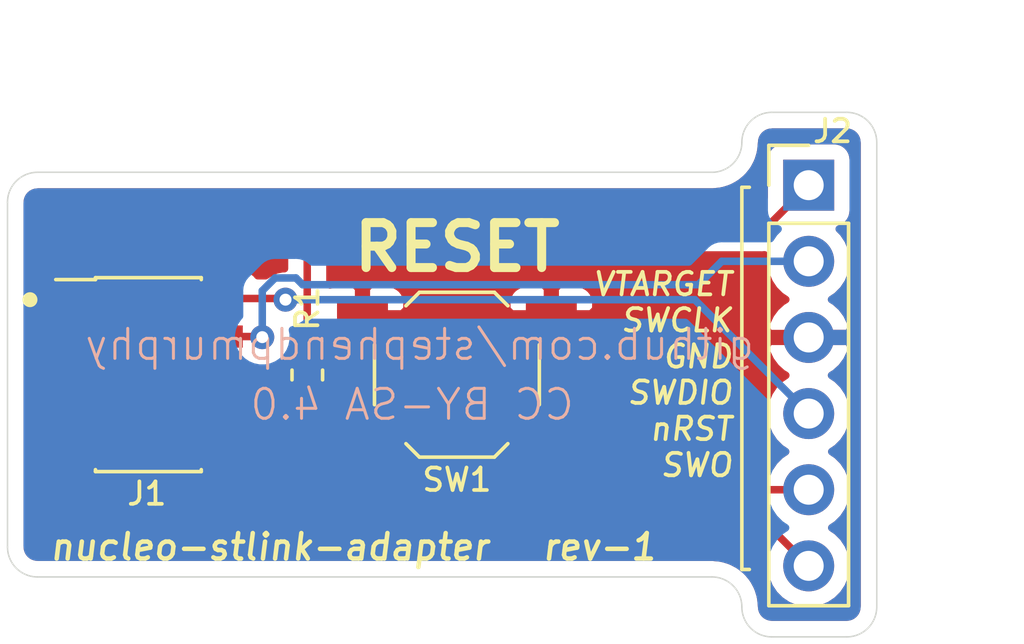
<source format=kicad_pcb>
(kicad_pcb (version 20171130) (host pcbnew 5.1.6-c6e7f7d~87~ubuntu18.04.1)

  (general
    (thickness 1.6)
    (drawings 26)
    (tracks 41)
    (zones 0)
    (modules 4)
    (nets 9)
  )

  (page A4)
  (layers
    (0 F.Cu signal)
    (31 B.Cu signal)
    (32 B.Adhes user)
    (33 F.Adhes user)
    (34 B.Paste user)
    (35 F.Paste user)
    (36 B.SilkS user)
    (37 F.SilkS user)
    (38 B.Mask user)
    (39 F.Mask user)
    (40 Dwgs.User user)
    (41 Cmts.User user)
    (42 Eco1.User user)
    (43 Eco2.User user)
    (44 Edge.Cuts user)
    (45 Margin user)
    (46 B.CrtYd user)
    (47 F.CrtYd user)
    (48 B.Fab user)
    (49 F.Fab user)
  )

  (setup
    (last_trace_width 0.25)
    (trace_clearance 0.2)
    (zone_clearance 0.508)
    (zone_45_only no)
    (trace_min 0.2)
    (via_size 0.8)
    (via_drill 0.4)
    (via_min_size 0.4)
    (via_min_drill 0.3)
    (uvia_size 0.3)
    (uvia_drill 0.1)
    (uvias_allowed no)
    (uvia_min_size 0.2)
    (uvia_min_drill 0.1)
    (edge_width 0.05)
    (segment_width 0.2)
    (pcb_text_width 0.3)
    (pcb_text_size 1.5 1.5)
    (mod_edge_width 0.12)
    (mod_text_size 1 1)
    (mod_text_width 0.15)
    (pad_size 1.524 1.524)
    (pad_drill 0.762)
    (pad_to_mask_clearance 0.05)
    (aux_axis_origin 0 0)
    (grid_origin 98.75 90.25)
    (visible_elements FFFDFF7F)
    (pcbplotparams
      (layerselection 0x010fc_ffffffff)
      (usegerberextensions false)
      (usegerberattributes true)
      (usegerberadvancedattributes true)
      (creategerberjobfile true)
      (excludeedgelayer true)
      (linewidth 0.100000)
      (plotframeref false)
      (viasonmask false)
      (mode 1)
      (useauxorigin false)
      (hpglpennumber 1)
      (hpglpenspeed 20)
      (hpglpendiameter 15.000000)
      (psnegative false)
      (psa4output false)
      (plotreference true)
      (plotvalue true)
      (plotinvisibletext false)
      (padsonsilk false)
      (subtractmaskfromsilk false)
      (outputformat 1)
      (mirror false)
      (drillshape 0)
      (scaleselection 1)
      (outputdirectory "gerber/"))
  )

  (net 0 "")
  (net 1 GND)
  (net 2 "Net-(J1-Pad8)")
  (net 3 "Net-(J1-Pad7)")
  (net 4 SWDIO)
  (net 5 VTARGET)
  (net 6 nRST)
  (net 7 SWO)
  (net 8 SWCLK)

  (net_class Default "This is the default net class."
    (clearance 0.2)
    (trace_width 0.25)
    (via_dia 0.8)
    (via_drill 0.4)
    (uvia_dia 0.3)
    (uvia_drill 0.1)
    (add_net GND)
    (add_net "Net-(J1-Pad7)")
    (add_net "Net-(J1-Pad8)")
    (add_net SWCLK)
    (add_net SWDIO)
    (add_net SWO)
    (add_net VTARGET)
    (add_net nRST)
  )

  (module Button_Switch_SMD:SW_SPST_TL3342 locked (layer F.Cu) (tedit 5A02FC95) (tstamp 5F1FD008)
    (at 113.993377 81.253066 180)
    (descr "Low-profile SMD Tactile Switch, https://www.e-switch.com/system/asset/product_line/data_sheet/165/TL3342.pdf")
    (tags "SPST Tactile Switch")
    (path /5F1F9419)
    (attr smd)
    (fp_text reference SW1 (at 0 -3.504809) (layer F.SilkS)
      (effects (font (size 0.75 0.75) (thickness 0.125)))
    )
    (fp_text value RESET (at 0 3.75) (layer F.Fab)
      (effects (font (size 1 1) (thickness 0.15)))
    )
    (fp_circle (center 0 0) (end 1 0) (layer F.Fab) (width 0.1))
    (fp_line (start -4.25 3) (end -4.25 -3) (layer F.CrtYd) (width 0.05))
    (fp_line (start 4.25 3) (end -4.25 3) (layer F.CrtYd) (width 0.05))
    (fp_line (start 4.25 -3) (end 4.25 3) (layer F.CrtYd) (width 0.05))
    (fp_line (start -4.25 -3) (end 4.25 -3) (layer F.CrtYd) (width 0.05))
    (fp_line (start -1.2 -2.6) (end -2.6 -1.2) (layer F.Fab) (width 0.1))
    (fp_line (start 1.2 -2.6) (end -1.2 -2.6) (layer F.Fab) (width 0.1))
    (fp_line (start 2.6 -1.2) (end 1.2 -2.6) (layer F.Fab) (width 0.1))
    (fp_line (start 2.6 1.2) (end 2.6 -1.2) (layer F.Fab) (width 0.1))
    (fp_line (start 1.2 2.6) (end 2.6 1.2) (layer F.Fab) (width 0.1))
    (fp_line (start -1.2 2.6) (end 1.2 2.6) (layer F.Fab) (width 0.1))
    (fp_line (start -2.6 1.2) (end -1.2 2.6) (layer F.Fab) (width 0.1))
    (fp_line (start -2.6 -1.2) (end -2.6 1.2) (layer F.Fab) (width 0.1))
    (fp_line (start -1.25 -2.75) (end 1.25 -2.75) (layer F.SilkS) (width 0.12))
    (fp_line (start -2.75 -1) (end -2.75 1) (layer F.SilkS) (width 0.12))
    (fp_line (start -1.25 2.75) (end 1.25 2.75) (layer F.SilkS) (width 0.12))
    (fp_line (start 2.75 -1) (end 2.75 1) (layer F.SilkS) (width 0.12))
    (fp_line (start -2 1) (end -2 -1) (layer F.Fab) (width 0.1))
    (fp_line (start -1 2) (end -2 1) (layer F.Fab) (width 0.1))
    (fp_line (start 1 2) (end -1 2) (layer F.Fab) (width 0.1))
    (fp_line (start 2 1) (end 1 2) (layer F.Fab) (width 0.1))
    (fp_line (start 2 -1) (end 2 1) (layer F.Fab) (width 0.1))
    (fp_line (start 1 -2) (end 2 -1) (layer F.Fab) (width 0.1))
    (fp_line (start -1 -2) (end 1 -2) (layer F.Fab) (width 0.1))
    (fp_line (start -2 -1) (end -1 -2) (layer F.Fab) (width 0.1))
    (fp_line (start -1.7 -2.3) (end -1.25 -2.75) (layer F.SilkS) (width 0.12))
    (fp_line (start 1.7 -2.3) (end 1.25 -2.75) (layer F.SilkS) (width 0.12))
    (fp_line (start 1.7 2.3) (end 1.25 2.75) (layer F.SilkS) (width 0.12))
    (fp_line (start -1.7 2.3) (end -1.25 2.75) (layer F.SilkS) (width 0.12))
    (fp_line (start 3.2 1.6) (end 2.2 1.6) (layer F.Fab) (width 0.1))
    (fp_line (start 2.7 2.1) (end 2.7 1.6) (layer F.Fab) (width 0.1))
    (fp_line (start 1.7 2.1) (end 3.2 2.1) (layer F.Fab) (width 0.1))
    (fp_line (start -1.7 2.1) (end -3.2 2.1) (layer F.Fab) (width 0.1))
    (fp_line (start -3.2 1.6) (end -2.2 1.6) (layer F.Fab) (width 0.1))
    (fp_line (start -2.7 2.1) (end -2.7 1.6) (layer F.Fab) (width 0.1))
    (fp_line (start -3.2 -1.6) (end -2.2 -1.6) (layer F.Fab) (width 0.1))
    (fp_line (start -1.7 -2.1) (end -3.2 -2.1) (layer F.Fab) (width 0.1))
    (fp_line (start -2.7 -2.1) (end -2.7 -1.6) (layer F.Fab) (width 0.1))
    (fp_line (start 3.2 -1.6) (end 2.2 -1.6) (layer F.Fab) (width 0.1))
    (fp_line (start 1.7 -2.1) (end 3.2 -2.1) (layer F.Fab) (width 0.1))
    (fp_line (start 2.7 -2.1) (end 2.7 -1.6) (layer F.Fab) (width 0.1))
    (fp_line (start -3.2 -2.1) (end -3.2 -1.6) (layer F.Fab) (width 0.1))
    (fp_line (start -3.2 2.1) (end -3.2 1.6) (layer F.Fab) (width 0.1))
    (fp_line (start 3.2 -2.1) (end 3.2 -1.6) (layer F.Fab) (width 0.1))
    (fp_line (start 3.2 2.1) (end 3.2 1.6) (layer F.Fab) (width 0.1))
    (pad 2 smd rect (at 3.15 1.9 180) (size 1.7 1) (layers F.Cu F.Paste F.Mask)
      (net 1 GND))
    (pad 2 smd rect (at -3.15 1.9 180) (size 1.7 1) (layers F.Cu F.Paste F.Mask)
      (net 1 GND))
    (pad 1 smd rect (at 3.15 -1.9 180) (size 1.7 1) (layers F.Cu F.Paste F.Mask)
      (net 6 nRST))
    (pad 1 smd rect (at -3.15 -1.9 180) (size 1.7 1) (layers F.Cu F.Paste F.Mask)
      (net 6 nRST))
    (model ${KISYS3DMOD}/Button_Switch_SMD.3dshapes/SW_SPST_TL3342.wrl
      (at (xyz 0 0 0))
      (scale (xyz 1 1 1))
      (rotate (xyz 0 0 0))
    )
  )

  (module Resistor_SMD:R_0603_1608Metric (layer F.Cu) (tedit 5B301BBD) (tstamp 5F1FCB08)
    (at 109.002269 81.26151 90)
    (descr "Resistor SMD 0603 (1608 Metric), square (rectangular) end terminal, IPC_7351 nominal, (Body size source: http://www.tortai-tech.com/upload/download/2011102023233369053.pdf), generated with kicad-footprint-generator")
    (tags resistor)
    (path /5F1FA6DA)
    (attr smd)
    (fp_text reference R1 (at 2.2125 0 90) (layer F.SilkS)
      (effects (font (size 0.75 0.75) (thickness 0.125)))
    )
    (fp_text value 10k (at 3.0225 0 90) (layer F.Fab)
      (effects (font (size 1 1) (thickness 0.15)))
    )
    (fp_line (start -0.8 0.4) (end -0.8 -0.4) (layer F.Fab) (width 0.1))
    (fp_line (start -0.8 -0.4) (end 0.8 -0.4) (layer F.Fab) (width 0.1))
    (fp_line (start 0.8 -0.4) (end 0.8 0.4) (layer F.Fab) (width 0.1))
    (fp_line (start 0.8 0.4) (end -0.8 0.4) (layer F.Fab) (width 0.1))
    (fp_line (start -0.162779 -0.51) (end 0.162779 -0.51) (layer F.SilkS) (width 0.12))
    (fp_line (start -0.162779 0.51) (end 0.162779 0.51) (layer F.SilkS) (width 0.12))
    (fp_line (start -1.48 0.73) (end -1.48 -0.73) (layer F.CrtYd) (width 0.05))
    (fp_line (start -1.48 -0.73) (end 1.48 -0.73) (layer F.CrtYd) (width 0.05))
    (fp_line (start 1.48 -0.73) (end 1.48 0.73) (layer F.CrtYd) (width 0.05))
    (fp_line (start 1.48 0.73) (end -1.48 0.73) (layer F.CrtYd) (width 0.05))
    (fp_text user %R (at 0 0 90) (layer F.Fab)
      (effects (font (size 0.4 0.4) (thickness 0.06)))
    )
    (pad 2 smd roundrect (at 0.7875 0 90) (size 0.875 0.95) (layers F.Cu F.Paste F.Mask) (roundrect_rratio 0.25)
      (net 5 VTARGET))
    (pad 1 smd roundrect (at -0.7875 0 90) (size 0.875 0.95) (layers F.Cu F.Paste F.Mask) (roundrect_rratio 0.25)
      (net 6 nRST))
    (model ${KISYS3DMOD}/Resistor_SMD.3dshapes/R_0603_1608Metric.wrl
      (at (xyz 0 0 0))
      (scale (xyz 1 1 1))
      (rotate (xyz 0 0 0))
    )
  )

  (module Connector_PinHeader_2.54mm:PinHeader_1x06_P2.54mm_Vertical (layer F.Cu) (tedit 59FED5CC) (tstamp 5F1FAEA0)
    (at 125.73 74.93)
    (descr "Through hole straight pin header, 1x06, 2.54mm pitch, single row")
    (tags "Through hole pin header THT 1x06 2.54mm single row")
    (path /5F1F751D)
    (fp_text reference J2 (at 0.797967 -1.80599) (layer F.SilkS)
      (effects (font (size 0.75 0.75) (thickness 0.125)))
    )
    (fp_text value Conn_01x06_Female (at -2.54 6.35 90) (layer F.Fab)
      (effects (font (size 1 1) (thickness 0.15)))
    )
    (fp_line (start -0.635 -1.27) (end 1.27 -1.27) (layer F.Fab) (width 0.1))
    (fp_line (start 1.27 -1.27) (end 1.27 13.97) (layer F.Fab) (width 0.1))
    (fp_line (start 1.27 13.97) (end -1.27 13.97) (layer F.Fab) (width 0.1))
    (fp_line (start -1.27 13.97) (end -1.27 -0.635) (layer F.Fab) (width 0.1))
    (fp_line (start -1.27 -0.635) (end -0.635 -1.27) (layer F.Fab) (width 0.1))
    (fp_line (start -1.33 14.03) (end 1.33 14.03) (layer F.SilkS) (width 0.12))
    (fp_line (start -1.33 1.27) (end -1.33 14.03) (layer F.SilkS) (width 0.12))
    (fp_line (start 1.33 1.27) (end 1.33 14.03) (layer F.SilkS) (width 0.12))
    (fp_line (start -1.33 1.27) (end 1.33 1.27) (layer F.SilkS) (width 0.12))
    (fp_line (start -1.33 0) (end -1.33 -1.33) (layer F.SilkS) (width 0.12))
    (fp_line (start -1.33 -1.33) (end 0 -1.33) (layer F.SilkS) (width 0.12))
    (fp_line (start -1.8 -1.8) (end -1.8 14.5) (layer F.CrtYd) (width 0.05))
    (fp_line (start -1.8 14.5) (end 1.8 14.5) (layer F.CrtYd) (width 0.05))
    (fp_line (start 1.8 14.5) (end 1.8 -1.8) (layer F.CrtYd) (width 0.05))
    (fp_line (start 1.8 -1.8) (end -1.8 -1.8) (layer F.CrtYd) (width 0.05))
    (fp_text user %R (at 0 6.35 90) (layer F.Fab)
      (effects (font (size 1 1) (thickness 0.15)))
    )
    (pad 6 thru_hole oval (at 0 12.7) (size 1.7 1.7) (drill 1) (layers *.Cu *.Mask)
      (net 7 SWO))
    (pad 5 thru_hole oval (at 0 10.16) (size 1.7 1.7) (drill 1) (layers *.Cu *.Mask)
      (net 6 nRST))
    (pad 4 thru_hole oval (at 0 7.62) (size 1.7 1.7) (drill 1) (layers *.Cu *.Mask)
      (net 4 SWDIO))
    (pad 3 thru_hole oval (at 0 5.08) (size 1.7 1.7) (drill 1) (layers *.Cu *.Mask)
      (net 1 GND))
    (pad 2 thru_hole oval (at 0 2.54) (size 1.7 1.7) (drill 1) (layers *.Cu *.Mask)
      (net 8 SWCLK))
    (pad 1 thru_hole rect (at 0 0) (size 1.7 1.7) (drill 1) (layers *.Cu *.Mask)
      (net 5 VTARGET))
    (model ${KISYS3DMOD}/Connector_PinHeader_2.54mm.3dshapes/PinHeader_1x06_P2.54mm_Vertical.wrl
      (at (xyz 0 0 0))
      (scale (xyz 1 1 1))
      (rotate (xyz 0 0 0))
    )
  )

  (module Connector_PinHeader_1.27mm:PinHeader_2x05_P1.27mm_Vertical_SMD (layer F.Cu) (tedit 59FED6E3) (tstamp 5F1FA521)
    (at 103.7 81.25)
    (descr "surface-mounted straight pin header, 2x05, 1.27mm pitch, double rows")
    (tags "Surface mounted pin header SMD 2x05 1.27mm double row")
    (path /5F1F8AEA)
    (attr smd)
    (fp_text reference J1 (at -0.05 3.97) (layer F.SilkS)
      (effects (font (size 0.75 0.75) (thickness 0.125)))
    )
    (fp_text value Conn_02x05_Odd_Even (at 4.4 0 90) (layer F.Fab)
      (effects (font (size 1 1) (thickness 0.15)))
    )
    (fp_line (start 1.705 3.175) (end -1.705 3.175) (layer F.Fab) (width 0.1))
    (fp_line (start -1.27 -3.175) (end 1.705 -3.175) (layer F.Fab) (width 0.1))
    (fp_line (start -1.705 3.175) (end -1.705 -2.74) (layer F.Fab) (width 0.1))
    (fp_line (start -1.705 -2.74) (end -1.27 -3.175) (layer F.Fab) (width 0.1))
    (fp_line (start 1.705 -3.175) (end 1.705 3.175) (layer F.Fab) (width 0.1))
    (fp_line (start -1.705 -2.74) (end -2.75 -2.74) (layer F.Fab) (width 0.1))
    (fp_line (start -2.75 -2.74) (end -2.75 -2.34) (layer F.Fab) (width 0.1))
    (fp_line (start -2.75 -2.34) (end -1.705 -2.34) (layer F.Fab) (width 0.1))
    (fp_line (start 1.705 -2.74) (end 2.75 -2.74) (layer F.Fab) (width 0.1))
    (fp_line (start 2.75 -2.74) (end 2.75 -2.34) (layer F.Fab) (width 0.1))
    (fp_line (start 2.75 -2.34) (end 1.705 -2.34) (layer F.Fab) (width 0.1))
    (fp_line (start -1.705 -1.47) (end -2.75 -1.47) (layer F.Fab) (width 0.1))
    (fp_line (start -2.75 -1.47) (end -2.75 -1.07) (layer F.Fab) (width 0.1))
    (fp_line (start -2.75 -1.07) (end -1.705 -1.07) (layer F.Fab) (width 0.1))
    (fp_line (start 1.705 -1.47) (end 2.75 -1.47) (layer F.Fab) (width 0.1))
    (fp_line (start 2.75 -1.47) (end 2.75 -1.07) (layer F.Fab) (width 0.1))
    (fp_line (start 2.75 -1.07) (end 1.705 -1.07) (layer F.Fab) (width 0.1))
    (fp_line (start -1.705 -0.2) (end -2.75 -0.2) (layer F.Fab) (width 0.1))
    (fp_line (start -2.75 -0.2) (end -2.75 0.2) (layer F.Fab) (width 0.1))
    (fp_line (start -2.75 0.2) (end -1.705 0.2) (layer F.Fab) (width 0.1))
    (fp_line (start 1.705 -0.2) (end 2.75 -0.2) (layer F.Fab) (width 0.1))
    (fp_line (start 2.75 -0.2) (end 2.75 0.2) (layer F.Fab) (width 0.1))
    (fp_line (start 2.75 0.2) (end 1.705 0.2) (layer F.Fab) (width 0.1))
    (fp_line (start -1.705 1.07) (end -2.75 1.07) (layer F.Fab) (width 0.1))
    (fp_line (start -2.75 1.07) (end -2.75 1.47) (layer F.Fab) (width 0.1))
    (fp_line (start -2.75 1.47) (end -1.705 1.47) (layer F.Fab) (width 0.1))
    (fp_line (start 1.705 1.07) (end 2.75 1.07) (layer F.Fab) (width 0.1))
    (fp_line (start 2.75 1.07) (end 2.75 1.47) (layer F.Fab) (width 0.1))
    (fp_line (start 2.75 1.47) (end 1.705 1.47) (layer F.Fab) (width 0.1))
    (fp_line (start -1.705 2.34) (end -2.75 2.34) (layer F.Fab) (width 0.1))
    (fp_line (start -2.75 2.34) (end -2.75 2.74) (layer F.Fab) (width 0.1))
    (fp_line (start -2.75 2.74) (end -1.705 2.74) (layer F.Fab) (width 0.1))
    (fp_line (start 1.705 2.34) (end 2.75 2.34) (layer F.Fab) (width 0.1))
    (fp_line (start 2.75 2.34) (end 2.75 2.74) (layer F.Fab) (width 0.1))
    (fp_line (start 2.75 2.74) (end 1.705 2.74) (layer F.Fab) (width 0.1))
    (fp_line (start -1.765 -3.235) (end 1.765 -3.235) (layer F.SilkS) (width 0.12))
    (fp_line (start -1.765 3.235) (end 1.765 3.235) (layer F.SilkS) (width 0.12))
    (fp_line (start -3.09 -3.17) (end -1.765 -3.17) (layer F.SilkS) (width 0.12))
    (fp_line (start -1.765 -3.235) (end -1.765 -3.17) (layer F.SilkS) (width 0.12))
    (fp_line (start 1.765 -3.235) (end 1.765 -3.17) (layer F.SilkS) (width 0.12))
    (fp_line (start -1.765 3.17) (end -1.765 3.235) (layer F.SilkS) (width 0.12))
    (fp_line (start 1.765 3.17) (end 1.765 3.235) (layer F.SilkS) (width 0.12))
    (fp_line (start -4.3 -3.7) (end -4.3 3.7) (layer F.CrtYd) (width 0.05))
    (fp_line (start -4.3 3.7) (end 4.3 3.7) (layer F.CrtYd) (width 0.05))
    (fp_line (start 4.3 3.7) (end 4.3 -3.7) (layer F.CrtYd) (width 0.05))
    (fp_line (start 4.3 -3.7) (end -4.3 -3.7) (layer F.CrtYd) (width 0.05))
    (fp_text user %R (at 0 0 90) (layer F.Fab)
      (effects (font (size 1 1) (thickness 0.15)))
    )
    (pad 10 smd rect (at 1.95 2.54) (size 2.4 0.74) (layers F.Cu F.Paste F.Mask)
      (net 6 nRST))
    (pad 9 smd rect (at -1.95 2.54) (size 2.4 0.74) (layers F.Cu F.Paste F.Mask)
      (net 1 GND))
    (pad 8 smd rect (at 1.95 1.27) (size 2.4 0.74) (layers F.Cu F.Paste F.Mask)
      (net 2 "Net-(J1-Pad8)"))
    (pad 7 smd rect (at -1.95 1.27) (size 2.4 0.74) (layers F.Cu F.Paste F.Mask)
      (net 3 "Net-(J1-Pad7)"))
    (pad 6 smd rect (at 1.95 0) (size 2.4 0.74) (layers F.Cu F.Paste F.Mask)
      (net 7 SWO))
    (pad 5 smd rect (at -1.95 0) (size 2.4 0.74) (layers F.Cu F.Paste F.Mask)
      (net 1 GND))
    (pad 4 smd rect (at 1.95 -1.27) (size 2.4 0.74) (layers F.Cu F.Paste F.Mask)
      (net 8 SWCLK))
    (pad 3 smd rect (at -1.95 -1.27) (size 2.4 0.74) (layers F.Cu F.Paste F.Mask)
      (net 1 GND))
    (pad 2 smd rect (at 1.95 -2.54) (size 2.4 0.74) (layers F.Cu F.Paste F.Mask)
      (net 4 SWDIO))
    (pad 1 smd rect (at -1.95 -2.54) (size 2.4 0.74) (layers F.Cu F.Paste F.Mask)
      (net 5 VTARGET))
    (model ${KISYS3DMOD}/Connector_PinHeader_1.27mm.3dshapes/PinHeader_2x05_P1.27mm_Vertical_SMD.wrl
      (at (xyz 0 0 0))
      (scale (xyz 1 1 1))
      (rotate (xyz 0 0 0))
    )
  )

  (dimension 17.5 (width 0.15) (layer Dwgs.User)
    (gr_text "17.500 mm" (at 131.55 81.25 270) (layer Dwgs.User)
      (effects (font (size 1 1) (thickness 0.15)))
    )
    (feature1 (pts (xy 126 90) (xy 130.836421 90)))
    (feature2 (pts (xy 126 72.5) (xy 130.836421 72.5)))
    (crossbar (pts (xy 130.25 72.5) (xy 130.25 90)))
    (arrow1a (pts (xy 130.25 90) (xy 129.663579 88.873496)))
    (arrow1b (pts (xy 130.25 90) (xy 130.836421 88.873496)))
    (arrow2a (pts (xy 130.25 72.5) (xy 129.663579 73.626504)))
    (arrow2b (pts (xy 130.25 72.5) (xy 130.836421 73.626504)))
  )
  (dimension 29 (width 0.15) (layer Dwgs.User)
    (gr_text "29.000 mm" (at 113.5 69.45) (layer Dwgs.User)
      (effects (font (size 1 1) (thickness 0.15)))
    )
    (feature1 (pts (xy 128 76) (xy 128 70.163579)))
    (feature2 (pts (xy 99 76) (xy 99 70.163579)))
    (crossbar (pts (xy 99 70.75) (xy 128 70.75)))
    (arrow1a (pts (xy 128 70.75) (xy 126.873496 71.336421)))
    (arrow1b (pts (xy 128 70.75) (xy 126.873496 70.163579)))
    (arrow2a (pts (xy 99 70.75) (xy 100.126504 71.336421)))
    (arrow2b (pts (xy 99 70.75) (xy 100.126504 70.163579)))
  )
  (gr_text "CC BY-SA 4.0" (at 112.5 82.25) (layer B.SilkS) (tstamp 5F1FCAA2)
    (effects (font (size 1 1) (thickness 0.1)) (justify mirror))
  )
  (gr_line (start 123.5 87.75) (end 123.75 87.75) (layer F.SilkS) (width 0.12))
  (gr_line (start 123.5 75) (end 123.5 87.75) (layer F.SilkS) (width 0.12))
  (gr_line (start 123.75 75) (end 123.5 75) (layer F.SilkS) (width 0.12))
  (gr_text "VTARGET\nSWCLK\nGND\nSWDIO\nnRST\nSWO" (at 123.25 81.25) (layer F.SilkS)
    (effects (font (size 0.75 0.75) (thickness 0.125) italic) (justify right))
  )
  (gr_text RESET (at 114 77) (layer F.SilkS)
    (effects (font (size 1.5 1.5) (thickness 0.3)))
  )
  (gr_line (start 122.5 74.5) (end 100 74.5) (layer Edge.Cuts) (width 0.05) (tstamp 5F1FAF41))
  (gr_line (start 100 88) (end 122.5 88) (layer Edge.Cuts) (width 0.05) (tstamp 5F1FAF40))
  (gr_line (start 99 87) (end 99 75.5) (layer Edge.Cuts) (width 0.05) (tstamp 5F1FAF3F))
  (gr_arc (start 100 87) (end 99 87) (angle -90) (layer Edge.Cuts) (width 0.05))
  (gr_arc (start 100 75.5) (end 100 74.5) (angle -90) (layer Edge.Cuts) (width 0.05))
  (gr_arc (start 122.5 73.5) (end 122.5 74.5) (angle -90) (layer Edge.Cuts) (width 0.05))
  (gr_arc (start 122.5 89) (end 123.5 89) (angle -90) (layer Edge.Cuts) (width 0.05))
  (gr_line (start 127 90) (end 124.5 90) (layer Edge.Cuts) (width 0.05) (tstamp 5F1FAF38))
  (gr_line (start 128 73.5) (end 128 89) (layer Edge.Cuts) (width 0.05) (tstamp 5F1FAF37))
  (gr_line (start 124.5 72.5) (end 127 72.5) (layer Edge.Cuts) (width 0.05) (tstamp 5F1FAF36))
  (gr_arc (start 124.5 89) (end 123.5 89) (angle -90) (layer Edge.Cuts) (width 0.05))
  (gr_arc (start 124.5 73.5) (end 124.5 72.5) (angle -90) (layer Edge.Cuts) (width 0.05))
  (gr_arc (start 127 73.5) (end 128 73.5) (angle -90) (layer Edge.Cuts) (width 0.05))
  (gr_arc (start 127 89) (end 127 90) (angle -90) (layer Edge.Cuts) (width 0.05))
  (gr_text rev-1 (at 118.75 87) (layer F.SilkS) (tstamp 5F1FB693)
    (effects (font (size 0.85 0.85) (thickness 0.15) italic))
  )
  (gr_text nucleo-stlink-adapter (at 107.75 87) (layer F.SilkS)
    (effects (font (size 0.85 0.85) (thickness 0.15) italic))
  )
  (gr_text "github.com/stephendpmurphy\n" (at 112.75 80.25) (layer B.SilkS) (tstamp 5F1FD6CB)
    (effects (font (size 1 1) (thickness 0.1)) (justify mirror))
  )
  (gr_circle (center 99.75 78.75) (end 99.875 78.75) (layer F.SilkS) (width 0.25))

  (via (at 108.275 78.75) (size 0.8) (drill 0.4) (layers F.Cu B.Cu) (net 4))
  (segment (start 105.65 78.71) (end 108.235 78.71) (width 0.25) (layer F.Cu) (net 4))
  (segment (start 108.235 78.71) (end 108.275 78.75) (width 0.25) (layer F.Cu) (net 4))
  (segment (start 125.73 82.55) (end 121.93 78.75) (width 0.25) (layer B.Cu) (net 4))
  (segment (start 121.93 78.75) (end 108.275 78.75) (width 0.25) (layer B.Cu) (net 4))
  (segment (start 124.16 76.5) (end 125.73 74.93) (width 0.25) (layer F.Cu) (net 5))
  (segment (start 110 76.5) (end 124.16 76.5) (width 0.25) (layer F.Cu) (net 5))
  (segment (start 109 80.5) (end 109 76.5) (width 0.25) (layer F.Cu) (net 5))
  (segment (start 109 76.5) (end 110 76.5) (width 0.25) (layer F.Cu) (net 5))
  (segment (start 101.6 78.46) (end 101.6 77.4) (width 0.25) (layer F.Cu) (net 5))
  (segment (start 102.5 76.5) (end 109 76.5) (width 0.25) (layer F.Cu) (net 5))
  (segment (start 101.6 77.4) (end 102.5 76.5) (width 0.25) (layer F.Cu) (net 5))
  (segment (start 111.2 83.05) (end 110.7 83.05) (width 0.25) (layer F.Cu) (net 6))
  (segment (start 110.840992 83.05) (end 111.2 83.05) (width 0.25) (layer F.Cu) (net 6))
  (segment (start 105.65 83.79) (end 108.46 83.79) (width 0.25) (layer F.Cu) (net 6))
  (segment (start 109.002269 83.247731) (end 109.002269 82.04901) (width 0.25) (layer F.Cu) (net 6))
  (segment (start 108.46 83.79) (end 109.002269 83.247731) (width 0.25) (layer F.Cu) (net 6))
  (segment (start 109.096934 83.153066) (end 109.002269 83.247731) (width 0.25) (layer F.Cu) (net 6))
  (segment (start 110.843377 83.153066) (end 109.096934 83.153066) (width 0.25) (layer F.Cu) (net 6))
  (segment (start 110.843377 83.153066) (end 117.143377 83.153066) (width 0.25) (layer F.Cu) (net 6))
  (segment (start 125.73 85.09) (end 123.82641 85.09) (width 0.25) (layer F.Cu) (net 6))
  (segment (start 123.82641 85.09) (end 122.7864 84.04999) (width 0.25) (layer F.Cu) (net 6))
  (segment (start 122.7864 84.04999) (end 118.29999 84.04999) (width 0.25) (layer F.Cu) (net 6))
  (segment (start 117.403066 83.153066) (end 117.143377 83.153066) (width 0.25) (layer F.Cu) (net 6))
  (segment (start 118.29999 84.04999) (end 117.403066 83.153066) (width 0.25) (layer F.Cu) (net 6))
  (segment (start 104.25 81.25) (end 105.65 81.25) (width 0.25) (layer F.Cu) (net 7))
  (segment (start 104.124999 81.375001) (end 104.25 81.25) (width 0.25) (layer F.Cu) (net 7))
  (segment (start 104.124999 84.374999) (end 104.124999 81.375001) (width 0.25) (layer F.Cu) (net 7))
  (segment (start 125.73 87.63) (end 122.6 84.5) (width 0.25) (layer F.Cu) (net 7))
  (segment (start 104.25 84.5) (end 104.124999 84.374999) (width 0.25) (layer F.Cu) (net 7))
  (segment (start 122.6 84.5) (end 104.25 84.5) (width 0.25) (layer F.Cu) (net 7))
  (via (at 107.5 80) (size 0.8) (drill 0.4) (layers F.Cu B.Cu) (net 8))
  (segment (start 105.65 79.98) (end 107.48 79.98) (width 0.25) (layer F.Cu) (net 8))
  (segment (start 107.48 79.98) (end 107.5 80) (width 0.25) (layer F.Cu) (net 8))
  (segment (start 125.73 77.47) (end 122.829991 77.47) (width 0.25) (layer B.Cu) (net 8))
  (segment (start 122.049991 78.25) (end 108.848002 78.25) (width 0.25) (layer B.Cu) (net 8))
  (segment (start 122.829991 77.47) (end 122.049991 78.25) (width 0.25) (layer B.Cu) (net 8))
  (segment (start 107.5 78.451998) (end 107.5 80) (width 0.25) (layer B.Cu) (net 8))
  (segment (start 107.926999 78.024999) (end 107.5 78.451998) (width 0.25) (layer B.Cu) (net 8))
  (segment (start 108.623001 78.024999) (end 107.926999 78.024999) (width 0.25) (layer B.Cu) (net 8))
  (segment (start 108.848002 78.25) (end 108.623001 78.024999) (width 0.25) (layer B.Cu) (net 8))

  (zone (net 1) (net_name GND) (layer F.Cu) (tstamp 5F1FDBEC) (hatch edge 0.508)
    (connect_pads (clearance 0.508))
    (min_thickness 0.254)
    (fill yes (arc_segments 32) (thermal_gap 0.508) (thermal_bridge_width 0.508))
    (polygon
      (pts
        (xy 128.25 90.25) (xy 98.75 90.25) (xy 98.75 72.25) (xy 128.25 72.25)
      )
    )
    (filled_polygon
      (pts
        (xy 127.065424 73.16958) (xy 127.128356 73.18858) (xy 127.186405 73.219445) (xy 127.237343 73.260989) (xy 127.279248 73.311644)
        (xy 127.310515 73.369471) (xy 127.329956 73.432272) (xy 127.34 73.527835) (xy 127.340001 88.967711) (xy 127.33042 89.065424)
        (xy 127.31142 89.128357) (xy 127.280554 89.186406) (xy 127.239011 89.237343) (xy 127.188356 89.279248) (xy 127.130529 89.310515)
        (xy 127.067728 89.329956) (xy 126.972165 89.34) (xy 124.532279 89.34) (xy 124.434576 89.33042) (xy 124.371643 89.31142)
        (xy 124.313594 89.280554) (xy 124.262657 89.239011) (xy 124.220752 89.188356) (xy 124.189485 89.130529) (xy 124.170044 89.067728)
        (xy 124.157176 88.945292) (xy 124.15726 88.933199) (xy 124.15636 88.924028) (xy 124.135959 88.729931) (xy 124.123934 88.671348)
        (xy 124.112723 88.612577) (xy 124.110059 88.603755) (xy 124.052347 88.417317) (xy 124.029162 88.362162) (xy 124.006758 88.306709)
        (xy 124.002432 88.298573) (xy 123.909607 88.126896) (xy 123.876139 88.077278) (xy 123.8434 88.027247) (xy 123.837576 88.020106)
        (xy 123.713172 87.869728) (xy 123.670737 87.827589) (xy 123.628874 87.784839) (xy 123.621773 87.778966) (xy 123.470531 87.655616)
        (xy 123.420738 87.622534) (xy 123.371349 87.588716) (xy 123.363243 87.584333) (xy 123.190921 87.492708) (xy 123.135606 87.469909)
        (xy 123.080634 87.446348) (xy 123.071831 87.443623) (xy 122.884995 87.387214) (xy 122.826307 87.375594) (xy 122.767804 87.363158)
        (xy 122.758639 87.362195) (xy 122.564405 87.34315) (xy 122.564402 87.34315) (xy 122.532419 87.34) (xy 100.032279 87.34)
        (xy 99.934576 87.33042) (xy 99.871643 87.31142) (xy 99.813594 87.280554) (xy 99.762657 87.239011) (xy 99.720752 87.188356)
        (xy 99.689485 87.130529) (xy 99.670044 87.067728) (xy 99.66 86.972165) (xy 99.66 84.16) (xy 99.911928 84.16)
        (xy 99.924188 84.284482) (xy 99.960498 84.40418) (xy 100.019463 84.514494) (xy 100.098815 84.611185) (xy 100.195506 84.690537)
        (xy 100.30582 84.749502) (xy 100.425518 84.785812) (xy 100.55 84.798072) (xy 101.46425 84.795) (xy 101.623 84.63625)
        (xy 101.623 83.917) (xy 100.07375 83.917) (xy 99.915 84.07575) (xy 99.911928 84.16) (xy 99.66 84.16)
        (xy 99.66 80.35) (xy 99.911928 80.35) (xy 99.924188 80.474482) (xy 99.960498 80.59418) (xy 99.971627 80.615)
        (xy 99.960498 80.63582) (xy 99.924188 80.755518) (xy 99.911928 80.88) (xy 99.915 80.96425) (xy 100.07375 81.123)
        (xy 101.623 81.123) (xy 101.623 80.107) (xy 100.07375 80.107) (xy 99.915 80.26575) (xy 99.911928 80.35)
        (xy 99.66 80.35) (xy 99.66 78.34) (xy 99.911928 78.34) (xy 99.911928 79.08) (xy 99.924188 79.204482)
        (xy 99.960498 79.32418) (xy 99.971627 79.345) (xy 99.960498 79.36582) (xy 99.924188 79.485518) (xy 99.911928 79.61)
        (xy 99.915 79.69425) (xy 100.07375 79.853) (xy 101.623 79.853) (xy 101.623 79.833) (xy 101.877 79.833)
        (xy 101.877 79.853) (xy 103.42625 79.853) (xy 103.585 79.69425) (xy 103.588072 79.61) (xy 103.575812 79.485518)
        (xy 103.539502 79.36582) (xy 103.528373 79.345) (xy 103.539502 79.32418) (xy 103.575812 79.204482) (xy 103.588072 79.08)
        (xy 103.588072 78.34) (xy 103.575812 78.215518) (xy 103.539502 78.09582) (xy 103.480537 77.985506) (xy 103.401185 77.888815)
        (xy 103.304494 77.809463) (xy 103.19418 77.750498) (xy 103.074482 77.714188) (xy 102.95 77.701928) (xy 102.372873 77.701928)
        (xy 102.814802 77.26) (xy 108.240001 77.26) (xy 108.240001 77.715) (xy 108.173061 77.715) (xy 107.973102 77.754774)
        (xy 107.784744 77.832795) (xy 107.615226 77.946063) (xy 107.611289 77.95) (xy 107.351398 77.95) (xy 107.301185 77.888815)
        (xy 107.204494 77.809463) (xy 107.09418 77.750498) (xy 106.974482 77.714188) (xy 106.85 77.701928) (xy 104.45 77.701928)
        (xy 104.325518 77.714188) (xy 104.20582 77.750498) (xy 104.095506 77.809463) (xy 103.998815 77.888815) (xy 103.919463 77.985506)
        (xy 103.860498 78.09582) (xy 103.824188 78.215518) (xy 103.811928 78.34) (xy 103.811928 79.08) (xy 103.824188 79.204482)
        (xy 103.860498 79.32418) (xy 103.871627 79.345) (xy 103.860498 79.36582) (xy 103.824188 79.485518) (xy 103.811928 79.61)
        (xy 103.811928 80.35) (xy 103.824188 80.474482) (xy 103.860498 80.59418) (xy 103.861437 80.595937) (xy 103.825724 80.615026)
        (xy 103.709999 80.709999) (xy 103.686196 80.739003) (xy 103.613997 80.811202) (xy 103.584999 80.835) (xy 103.583786 80.836478)
        (xy 103.575812 80.755518) (xy 103.539502 80.63582) (xy 103.528373 80.615) (xy 103.539502 80.59418) (xy 103.575812 80.474482)
        (xy 103.588072 80.35) (xy 103.585 80.26575) (xy 103.42625 80.107) (xy 101.877 80.107) (xy 101.877 81.123)
        (xy 101.897 81.123) (xy 101.897 81.377) (xy 101.877 81.377) (xy 101.877 81.397) (xy 101.623 81.397)
        (xy 101.623 81.377) (xy 100.07375 81.377) (xy 99.915 81.53575) (xy 99.911928 81.62) (xy 99.924188 81.744482)
        (xy 99.960498 81.86418) (xy 99.971627 81.885) (xy 99.960498 81.90582) (xy 99.924188 82.025518) (xy 99.911928 82.15)
        (xy 99.911928 82.89) (xy 99.924188 83.014482) (xy 99.960498 83.13418) (xy 99.971627 83.155) (xy 99.960498 83.17582)
        (xy 99.924188 83.295518) (xy 99.911928 83.42) (xy 99.915 83.50425) (xy 100.07375 83.663) (xy 101.623 83.663)
        (xy 101.623 83.643) (xy 101.877 83.643) (xy 101.877 83.663) (xy 101.897 83.663) (xy 101.897 83.917)
        (xy 101.877 83.917) (xy 101.877 84.63625) (xy 102.03575 84.795) (xy 102.95 84.798072) (xy 103.074482 84.785812)
        (xy 103.19418 84.749502) (xy 103.304494 84.690537) (xy 103.401185 84.611185) (xy 103.402107 84.610061) (xy 103.419453 84.667245)
        (xy 103.490025 84.799275) (xy 103.498819 84.80999) (xy 103.584998 84.915) (xy 103.614002 84.938803) (xy 103.686196 85.010997)
        (xy 103.709999 85.040001) (xy 103.825724 85.134974) (xy 103.957753 85.205546) (xy 104.101014 85.249003) (xy 104.212667 85.26)
        (xy 104.212677 85.26) (xy 104.249999 85.263676) (xy 104.287322 85.26) (xy 122.285199 85.26) (xy 124.28879 87.263593)
        (xy 124.245 87.48374) (xy 124.245 87.77626) (xy 124.302068 88.063158) (xy 124.41401 88.333411) (xy 124.576525 88.576632)
        (xy 124.783368 88.783475) (xy 125.026589 88.94599) (xy 125.296842 89.057932) (xy 125.58374 89.115) (xy 125.87626 89.115)
        (xy 126.163158 89.057932) (xy 126.433411 88.94599) (xy 126.676632 88.783475) (xy 126.883475 88.576632) (xy 127.04599 88.333411)
        (xy 127.157932 88.063158) (xy 127.215 87.77626) (xy 127.215 87.48374) (xy 127.157932 87.196842) (xy 127.04599 86.926589)
        (xy 126.883475 86.683368) (xy 126.676632 86.476525) (xy 126.50224 86.36) (xy 126.676632 86.243475) (xy 126.883475 86.036632)
        (xy 127.04599 85.793411) (xy 127.157932 85.523158) (xy 127.215 85.23626) (xy 127.215 84.94374) (xy 127.157932 84.656842)
        (xy 127.04599 84.386589) (xy 126.883475 84.143368) (xy 126.676632 83.936525) (xy 126.50224 83.82) (xy 126.676632 83.703475)
        (xy 126.883475 83.496632) (xy 127.04599 83.253411) (xy 127.157932 82.983158) (xy 127.215 82.69626) (xy 127.215 82.40374)
        (xy 127.157932 82.116842) (xy 127.04599 81.846589) (xy 126.883475 81.603368) (xy 126.676632 81.396525) (xy 126.494466 81.274805)
        (xy 126.611355 81.205178) (xy 126.827588 81.010269) (xy 127.001641 80.77692) (xy 127.126825 80.514099) (xy 127.171476 80.36689)
        (xy 127.050155 80.137) (xy 125.857 80.137) (xy 125.857 80.157) (xy 125.603 80.157) (xy 125.603 80.137)
        (xy 124.409845 80.137) (xy 124.288524 80.36689) (xy 124.333175 80.514099) (xy 124.458359 80.77692) (xy 124.632412 81.010269)
        (xy 124.848645 81.205178) (xy 124.965534 81.274805) (xy 124.783368 81.396525) (xy 124.576525 81.603368) (xy 124.41401 81.846589)
        (xy 124.302068 82.116842) (xy 124.245 82.40374) (xy 124.245 82.69626) (xy 124.302068 82.983158) (xy 124.41401 83.253411)
        (xy 124.576525 83.496632) (xy 124.783368 83.703475) (xy 124.95776 83.82) (xy 124.783368 83.936525) (xy 124.576525 84.143368)
        (xy 124.451822 84.33) (xy 124.141212 84.33) (xy 123.350204 83.538992) (xy 123.326401 83.509989) (xy 123.210676 83.415016)
        (xy 123.078647 83.344444) (xy 122.935386 83.300987) (xy 122.823733 83.28999) (xy 122.823722 83.28999) (xy 122.7864 83.286314)
        (xy 122.749078 83.28999) (xy 118.631449 83.28999) (xy 118.631449 82.653066) (xy 118.619189 82.528584) (xy 118.582879 82.408886)
        (xy 118.523914 82.298572) (xy 118.444562 82.201881) (xy 118.347871 82.122529) (xy 118.237557 82.063564) (xy 118.117859 82.027254)
        (xy 117.993377 82.014994) (xy 116.293377 82.014994) (xy 116.168895 82.027254) (xy 116.049197 82.063564) (xy 115.938883 82.122529)
        (xy 115.842192 82.201881) (xy 115.76284 82.298572) (xy 115.712331 82.393066) (xy 112.274423 82.393066) (xy 112.223914 82.298572)
        (xy 112.144562 82.201881) (xy 112.047871 82.122529) (xy 111.937557 82.063564) (xy 111.817859 82.027254) (xy 111.693377 82.014994)
        (xy 110.115341 82.014994) (xy 110.115341 81.83026) (xy 110.098877 81.663102) (xy 110.050119 81.502368) (xy 109.97094 81.354235)
        (xy 109.894843 81.26151) (xy 109.97094 81.168785) (xy 110.050119 81.020652) (xy 110.098877 80.859918) (xy 110.115341 80.69276)
        (xy 110.115341 80.490474) (xy 110.557627 80.488066) (xy 110.716377 80.329316) (xy 110.716377 79.480066) (xy 110.970377 79.480066)
        (xy 110.970377 80.329316) (xy 111.129127 80.488066) (xy 111.693377 80.491138) (xy 111.817859 80.478878) (xy 111.937557 80.442568)
        (xy 112.047871 80.383603) (xy 112.144562 80.304251) (xy 112.223914 80.20756) (xy 112.282879 80.097246) (xy 112.319189 79.977548)
        (xy 112.331449 79.853066) (xy 115.655305 79.853066) (xy 115.667565 79.977548) (xy 115.703875 80.097246) (xy 115.76284 80.20756)
        (xy 115.842192 80.304251) (xy 115.938883 80.383603) (xy 116.049197 80.442568) (xy 116.168895 80.478878) (xy 116.293377 80.491138)
        (xy 116.857627 80.488066) (xy 117.016377 80.329316) (xy 117.016377 79.480066) (xy 117.270377 79.480066) (xy 117.270377 80.329316)
        (xy 117.429127 80.488066) (xy 117.993377 80.491138) (xy 118.117859 80.478878) (xy 118.237557 80.442568) (xy 118.347871 80.383603)
        (xy 118.444562 80.304251) (xy 118.523914 80.20756) (xy 118.582879 80.097246) (xy 118.619189 79.977548) (xy 118.631449 79.853066)
        (xy 118.628377 79.638816) (xy 118.469627 79.480066) (xy 117.270377 79.480066) (xy 117.016377 79.480066) (xy 115.817127 79.480066)
        (xy 115.658377 79.638816) (xy 115.655305 79.853066) (xy 112.331449 79.853066) (xy 112.328377 79.638816) (xy 112.169627 79.480066)
        (xy 110.970377 79.480066) (xy 110.716377 79.480066) (xy 110.696377 79.480066) (xy 110.696377 79.226066) (xy 110.716377 79.226066)
        (xy 110.716377 78.376816) (xy 110.970377 78.376816) (xy 110.970377 79.226066) (xy 112.169627 79.226066) (xy 112.328377 79.067316)
        (xy 112.331449 78.853066) (xy 115.655305 78.853066) (xy 115.658377 79.067316) (xy 115.817127 79.226066) (xy 117.016377 79.226066)
        (xy 117.016377 78.376816) (xy 117.270377 78.376816) (xy 117.270377 79.226066) (xy 118.469627 79.226066) (xy 118.628377 79.067316)
        (xy 118.631449 78.853066) (xy 118.619189 78.728584) (xy 118.582879 78.608886) (xy 118.523914 78.498572) (xy 118.444562 78.401881)
        (xy 118.347871 78.322529) (xy 118.237557 78.263564) (xy 118.117859 78.227254) (xy 117.993377 78.214994) (xy 117.429127 78.218066)
        (xy 117.270377 78.376816) (xy 117.016377 78.376816) (xy 116.857627 78.218066) (xy 116.293377 78.214994) (xy 116.168895 78.227254)
        (xy 116.049197 78.263564) (xy 115.938883 78.322529) (xy 115.842192 78.401881) (xy 115.76284 78.498572) (xy 115.703875 78.608886)
        (xy 115.667565 78.728584) (xy 115.655305 78.853066) (xy 112.331449 78.853066) (xy 112.319189 78.728584) (xy 112.282879 78.608886)
        (xy 112.223914 78.498572) (xy 112.144562 78.401881) (xy 112.047871 78.322529) (xy 111.937557 78.263564) (xy 111.817859 78.227254)
        (xy 111.693377 78.214994) (xy 111.129127 78.218066) (xy 110.970377 78.376816) (xy 110.716377 78.376816) (xy 110.557627 78.218066)
        (xy 109.993377 78.214994) (xy 109.868895 78.227254) (xy 109.76 78.260287) (xy 109.76 77.26) (xy 124.122678 77.26)
        (xy 124.16 77.263676) (xy 124.197322 77.26) (xy 124.197333 77.26) (xy 124.258885 77.253938) (xy 124.245 77.32374)
        (xy 124.245 77.61626) (xy 124.302068 77.903158) (xy 124.41401 78.173411) (xy 124.576525 78.416632) (xy 124.783368 78.623475)
        (xy 124.965534 78.745195) (xy 124.848645 78.814822) (xy 124.632412 79.009731) (xy 124.458359 79.24308) (xy 124.333175 79.505901)
        (xy 124.288524 79.65311) (xy 124.409845 79.883) (xy 125.603 79.883) (xy 125.603 79.863) (xy 125.857 79.863)
        (xy 125.857 79.883) (xy 127.050155 79.883) (xy 127.171476 79.65311) (xy 127.126825 79.505901) (xy 127.001641 79.24308)
        (xy 126.827588 79.009731) (xy 126.611355 78.814822) (xy 126.494466 78.745195) (xy 126.676632 78.623475) (xy 126.883475 78.416632)
        (xy 127.04599 78.173411) (xy 127.157932 77.903158) (xy 127.215 77.61626) (xy 127.215 77.32374) (xy 127.157932 77.036842)
        (xy 127.04599 76.766589) (xy 126.883475 76.523368) (xy 126.75162 76.391513) (xy 126.82418 76.369502) (xy 126.934494 76.310537)
        (xy 127.031185 76.231185) (xy 127.110537 76.134494) (xy 127.169502 76.02418) (xy 127.205812 75.904482) (xy 127.218072 75.78)
        (xy 127.218072 74.08) (xy 127.205812 73.955518) (xy 127.169502 73.83582) (xy 127.110537 73.725506) (xy 127.031185 73.628815)
        (xy 126.934494 73.549463) (xy 126.82418 73.490498) (xy 126.704482 73.454188) (xy 126.58 73.441928) (xy 124.88 73.441928)
        (xy 124.755518 73.454188) (xy 124.63582 73.490498) (xy 124.525506 73.549463) (xy 124.428815 73.628815) (xy 124.349463 73.725506)
        (xy 124.290498 73.83582) (xy 124.254188 73.955518) (xy 124.241928 74.08) (xy 124.241928 75.343271) (xy 123.845199 75.74)
        (xy 109.037333 75.74) (xy 109 75.736323) (xy 108.962667 75.74) (xy 102.537322 75.74) (xy 102.499999 75.736324)
        (xy 102.462676 75.74) (xy 102.462667 75.74) (xy 102.351014 75.750997) (xy 102.207753 75.794454) (xy 102.075724 75.865026)
        (xy 101.959999 75.959999) (xy 101.936201 75.988997) (xy 101.088998 76.836201) (xy 101.06 76.859999) (xy 101.036202 76.888997)
        (xy 101.036201 76.888998) (xy 100.965026 76.975724) (xy 100.894454 77.107754) (xy 100.86479 77.205546) (xy 100.851609 77.249002)
        (xy 100.850998 77.251015) (xy 100.836324 77.4) (xy 100.840001 77.437332) (xy 100.840001 77.701928) (xy 100.55 77.701928)
        (xy 100.425518 77.714188) (xy 100.30582 77.750498) (xy 100.195506 77.809463) (xy 100.098815 77.888815) (xy 100.019463 77.985506)
        (xy 99.960498 78.09582) (xy 99.924188 78.215518) (xy 99.911928 78.34) (xy 99.66 78.34) (xy 99.66 75.532279)
        (xy 99.66958 75.434576) (xy 99.68858 75.371644) (xy 99.719445 75.313595) (xy 99.760989 75.262657) (xy 99.811644 75.220752)
        (xy 99.869471 75.189485) (xy 99.932272 75.170044) (xy 100.027835 75.16) (xy 122.532419 75.16) (xy 122.560674 75.157217)
        (xy 122.566801 75.15726) (xy 122.575972 75.15636) (xy 122.770069 75.135959) (xy 122.828658 75.123932) (xy 122.887423 75.112723)
        (xy 122.896245 75.110059) (xy 123.082683 75.052347) (xy 123.137838 75.029162) (xy 123.193291 75.006758) (xy 123.201427 75.002432)
        (xy 123.373104 74.909607) (xy 123.422699 74.876154) (xy 123.472753 74.8434) (xy 123.479894 74.837576) (xy 123.630272 74.713172)
        (xy 123.672411 74.670737) (xy 123.715161 74.628874) (xy 123.721034 74.621773) (xy 123.844384 74.470531) (xy 123.877477 74.420723)
        (xy 123.911284 74.371349) (xy 123.915667 74.363243) (xy 124.007292 74.19092) (xy 124.03009 74.135608) (xy 124.053652 74.080634)
        (xy 124.056377 74.071831) (xy 124.112786 73.884994) (xy 124.124405 73.826314) (xy 124.136842 73.767804) (xy 124.137805 73.758639)
        (xy 124.15685 73.564406) (xy 124.15685 73.564404) (xy 124.16958 73.434576) (xy 124.18858 73.371644) (xy 124.219445 73.313595)
        (xy 124.260989 73.262657) (xy 124.311644 73.220752) (xy 124.369471 73.189485) (xy 124.432272 73.170044) (xy 124.527835 73.16)
        (xy 126.967721 73.16)
      )
    )
  )
  (zone (net 1) (net_name GND) (layer B.Cu) (tstamp 5F1FDBE9) (hatch edge 0.508)
    (connect_pads (clearance 0.508))
    (min_thickness 0.254)
    (fill yes (arc_segments 32) (thermal_gap 0.508) (thermal_bridge_width 0.508))
    (polygon
      (pts
        (xy 128.25 90.25) (xy 98.75 90.25) (xy 98.75 72.25) (xy 128.25 72.25)
      )
    )
    (filled_polygon
      (pts
        (xy 127.065424 73.16958) (xy 127.128356 73.18858) (xy 127.186405 73.219445) (xy 127.237343 73.260989) (xy 127.279248 73.311644)
        (xy 127.310515 73.369471) (xy 127.329956 73.432272) (xy 127.34 73.527835) (xy 127.340001 88.967711) (xy 127.33042 89.065424)
        (xy 127.31142 89.128357) (xy 127.280554 89.186406) (xy 127.239011 89.237343) (xy 127.188356 89.279248) (xy 127.130529 89.310515)
        (xy 127.067728 89.329956) (xy 126.972165 89.34) (xy 124.532279 89.34) (xy 124.434576 89.33042) (xy 124.371643 89.31142)
        (xy 124.313594 89.280554) (xy 124.262657 89.239011) (xy 124.220752 89.188356) (xy 124.189485 89.130529) (xy 124.170044 89.067728)
        (xy 124.157176 88.945292) (xy 124.15726 88.933199) (xy 124.15636 88.924028) (xy 124.135959 88.729931) (xy 124.123934 88.671348)
        (xy 124.112723 88.612577) (xy 124.110059 88.603755) (xy 124.052347 88.417317) (xy 124.029162 88.362162) (xy 124.006758 88.306709)
        (xy 124.002432 88.298573) (xy 123.909607 88.126896) (xy 123.876139 88.077278) (xy 123.8434 88.027247) (xy 123.837576 88.020106)
        (xy 123.713172 87.869728) (xy 123.670737 87.827589) (xy 123.628874 87.784839) (xy 123.621773 87.778966) (xy 123.470531 87.655616)
        (xy 123.420738 87.622534) (xy 123.371349 87.588716) (xy 123.363243 87.584333) (xy 123.190921 87.492708) (xy 123.135606 87.469909)
        (xy 123.080634 87.446348) (xy 123.071831 87.443623) (xy 122.884995 87.387214) (xy 122.826307 87.375594) (xy 122.767804 87.363158)
        (xy 122.758639 87.362195) (xy 122.564405 87.34315) (xy 122.564402 87.34315) (xy 122.532419 87.34) (xy 100.032279 87.34)
        (xy 99.934576 87.33042) (xy 99.871643 87.31142) (xy 99.813594 87.280554) (xy 99.762657 87.239011) (xy 99.720752 87.188356)
        (xy 99.689485 87.130529) (xy 99.670044 87.067728) (xy 99.66 86.972165) (xy 99.66 79.898061) (xy 106.465 79.898061)
        (xy 106.465 80.101939) (xy 106.504774 80.301898) (xy 106.582795 80.490256) (xy 106.696063 80.659774) (xy 106.840226 80.803937)
        (xy 107.009744 80.917205) (xy 107.198102 80.995226) (xy 107.398061 81.035) (xy 107.601939 81.035) (xy 107.801898 80.995226)
        (xy 107.990256 80.917205) (xy 108.159774 80.803937) (xy 108.303937 80.659774) (xy 108.417205 80.490256) (xy 108.495226 80.301898)
        (xy 108.535 80.101939) (xy 108.535 79.898061) (xy 108.507351 79.75906) (xy 108.576898 79.745226) (xy 108.765256 79.667205)
        (xy 108.934774 79.553937) (xy 108.978711 79.51) (xy 121.615199 79.51) (xy 124.28879 82.183592) (xy 124.245 82.40374)
        (xy 124.245 82.69626) (xy 124.302068 82.983158) (xy 124.41401 83.253411) (xy 124.576525 83.496632) (xy 124.783368 83.703475)
        (xy 124.95776 83.82) (xy 124.783368 83.936525) (xy 124.576525 84.143368) (xy 124.41401 84.386589) (xy 124.302068 84.656842)
        (xy 124.245 84.94374) (xy 124.245 85.23626) (xy 124.302068 85.523158) (xy 124.41401 85.793411) (xy 124.576525 86.036632)
        (xy 124.783368 86.243475) (xy 124.95776 86.36) (xy 124.783368 86.476525) (xy 124.576525 86.683368) (xy 124.41401 86.926589)
        (xy 124.302068 87.196842) (xy 124.245 87.48374) (xy 124.245 87.77626) (xy 124.302068 88.063158) (xy 124.41401 88.333411)
        (xy 124.576525 88.576632) (xy 124.783368 88.783475) (xy 125.026589 88.94599) (xy 125.296842 89.057932) (xy 125.58374 89.115)
        (xy 125.87626 89.115) (xy 126.163158 89.057932) (xy 126.433411 88.94599) (xy 126.676632 88.783475) (xy 126.883475 88.576632)
        (xy 127.04599 88.333411) (xy 127.157932 88.063158) (xy 127.215 87.77626) (xy 127.215 87.48374) (xy 127.157932 87.196842)
        (xy 127.04599 86.926589) (xy 126.883475 86.683368) (xy 126.676632 86.476525) (xy 126.50224 86.36) (xy 126.676632 86.243475)
        (xy 126.883475 86.036632) (xy 127.04599 85.793411) (xy 127.157932 85.523158) (xy 127.215 85.23626) (xy 127.215 84.94374)
        (xy 127.157932 84.656842) (xy 127.04599 84.386589) (xy 126.883475 84.143368) (xy 126.676632 83.936525) (xy 126.50224 83.82)
        (xy 126.676632 83.703475) (xy 126.883475 83.496632) (xy 127.04599 83.253411) (xy 127.157932 82.983158) (xy 127.215 82.69626)
        (xy 127.215 82.40374) (xy 127.157932 82.116842) (xy 127.04599 81.846589) (xy 126.883475 81.603368) (xy 126.676632 81.396525)
        (xy 126.494466 81.274805) (xy 126.611355 81.205178) (xy 126.827588 81.010269) (xy 127.001641 80.77692) (xy 127.126825 80.514099)
        (xy 127.171476 80.36689) (xy 127.050155 80.137) (xy 125.857 80.137) (xy 125.857 80.157) (xy 125.603 80.157)
        (xy 125.603 80.137) (xy 125.583 80.137) (xy 125.583 79.883) (xy 125.603 79.883) (xy 125.603 79.863)
        (xy 125.857 79.863) (xy 125.857 79.883) (xy 127.050155 79.883) (xy 127.171476 79.65311) (xy 127.126825 79.505901)
        (xy 127.001641 79.24308) (xy 126.827588 79.009731) (xy 126.611355 78.814822) (xy 126.494466 78.745195) (xy 126.676632 78.623475)
        (xy 126.883475 78.416632) (xy 127.04599 78.173411) (xy 127.157932 77.903158) (xy 127.215 77.61626) (xy 127.215 77.32374)
        (xy 127.157932 77.036842) (xy 127.04599 76.766589) (xy 126.883475 76.523368) (xy 126.75162 76.391513) (xy 126.82418 76.369502)
        (xy 126.934494 76.310537) (xy 127.031185 76.231185) (xy 127.110537 76.134494) (xy 127.169502 76.02418) (xy 127.205812 75.904482)
        (xy 127.218072 75.78) (xy 127.218072 74.08) (xy 127.205812 73.955518) (xy 127.169502 73.83582) (xy 127.110537 73.725506)
        (xy 127.031185 73.628815) (xy 126.934494 73.549463) (xy 126.82418 73.490498) (xy 126.704482 73.454188) (xy 126.58 73.441928)
        (xy 124.88 73.441928) (xy 124.755518 73.454188) (xy 124.63582 73.490498) (xy 124.525506 73.549463) (xy 124.428815 73.628815)
        (xy 124.349463 73.725506) (xy 124.290498 73.83582) (xy 124.254188 73.955518) (xy 124.241928 74.08) (xy 124.241928 75.78)
        (xy 124.254188 75.904482) (xy 124.290498 76.02418) (xy 124.349463 76.134494) (xy 124.428815 76.231185) (xy 124.525506 76.310537)
        (xy 124.63582 76.369502) (xy 124.70838 76.391513) (xy 124.576525 76.523368) (xy 124.451822 76.71) (xy 122.867324 76.71)
        (xy 122.829991 76.706323) (xy 122.792658 76.71) (xy 122.681005 76.720997) (xy 122.537744 76.764454) (xy 122.405715 76.835026)
        (xy 122.28999 76.929999) (xy 122.266192 76.958998) (xy 121.73519 77.49) (xy 109.167107 77.49) (xy 109.163002 77.484998)
        (xy 109.047277 77.390025) (xy 108.915248 77.319453) (xy 108.771987 77.275996) (xy 108.660334 77.264999) (xy 108.660323 77.264999)
        (xy 108.623001 77.261323) (xy 108.585679 77.264999) (xy 107.964324 77.264999) (xy 107.926999 77.261323) (xy 107.889674 77.264999)
        (xy 107.889666 77.264999) (xy 107.778013 77.275996) (xy 107.634752 77.319453) (xy 107.502723 77.390025) (xy 107.386998 77.484998)
        (xy 107.363195 77.514002) (xy 106.989003 77.888194) (xy 106.959999 77.911997) (xy 106.922448 77.957754) (xy 106.865026 78.027722)
        (xy 106.82585 78.101015) (xy 106.794454 78.159752) (xy 106.750997 78.303013) (xy 106.74 78.414666) (xy 106.74 78.414676)
        (xy 106.736324 78.451998) (xy 106.74 78.489321) (xy 106.740001 79.296288) (xy 106.696063 79.340226) (xy 106.582795 79.509744)
        (xy 106.504774 79.698102) (xy 106.465 79.898061) (xy 99.66 79.898061) (xy 99.66 75.532279) (xy 99.66958 75.434576)
        (xy 99.68858 75.371644) (xy 99.719445 75.313595) (xy 99.760989 75.262657) (xy 99.811644 75.220752) (xy 99.869471 75.189485)
        (xy 99.932272 75.170044) (xy 100.027835 75.16) (xy 122.532419 75.16) (xy 122.560674 75.157217) (xy 122.566801 75.15726)
        (xy 122.575972 75.15636) (xy 122.770069 75.135959) (xy 122.828658 75.123932) (xy 122.887423 75.112723) (xy 122.896245 75.110059)
        (xy 123.082683 75.052347) (xy 123.137838 75.029162) (xy 123.193291 75.006758) (xy 123.201427 75.002432) (xy 123.373104 74.909607)
        (xy 123.422699 74.876154) (xy 123.472753 74.8434) (xy 123.479894 74.837576) (xy 123.630272 74.713172) (xy 123.672411 74.670737)
        (xy 123.715161 74.628874) (xy 123.721034 74.621773) (xy 123.844384 74.470531) (xy 123.877477 74.420723) (xy 123.911284 74.371349)
        (xy 123.915667 74.363243) (xy 124.007292 74.19092) (xy 124.03009 74.135608) (xy 124.053652 74.080634) (xy 124.056377 74.071831)
        (xy 124.112786 73.884994) (xy 124.124405 73.826314) (xy 124.136842 73.767804) (xy 124.137805 73.758639) (xy 124.15685 73.564406)
        (xy 124.15685 73.564404) (xy 124.16958 73.434576) (xy 124.18858 73.371644) (xy 124.219445 73.313595) (xy 124.260989 73.262657)
        (xy 124.311644 73.220752) (xy 124.369471 73.189485) (xy 124.432272 73.170044) (xy 124.527835 73.16) (xy 126.967721 73.16)
      )
    )
  )
)

</source>
